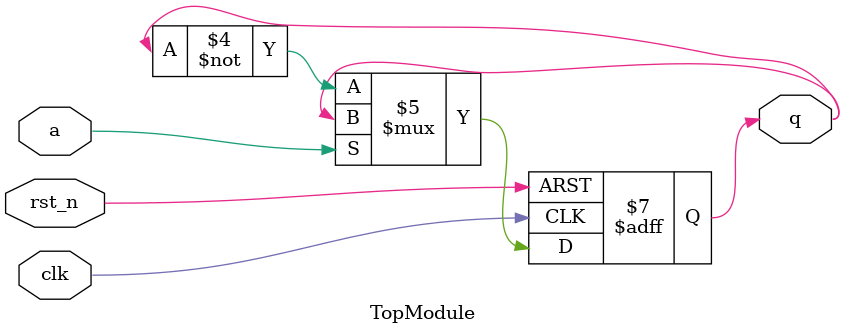
<source format=sv>
module TopModule (
    input logic clk,   // Clock signal, positive edge-triggered
    input logic a,     // Single-bit input signal
    input logic rst_n, // Asynchronous active-low reset
    output logic q     // Single-bit output signal, sequential
);

    always_ff @(posedge clk or negedge rst_n) begin
        if (!rst_n) begin
            q <= 1'b0;  // Reset to 0
        end else if (a == 1'b0) begin
            q <= ~q;    // Toggle q
        end
        // If a == 1, retain the current state of q.
    end
endmodule
</source>
